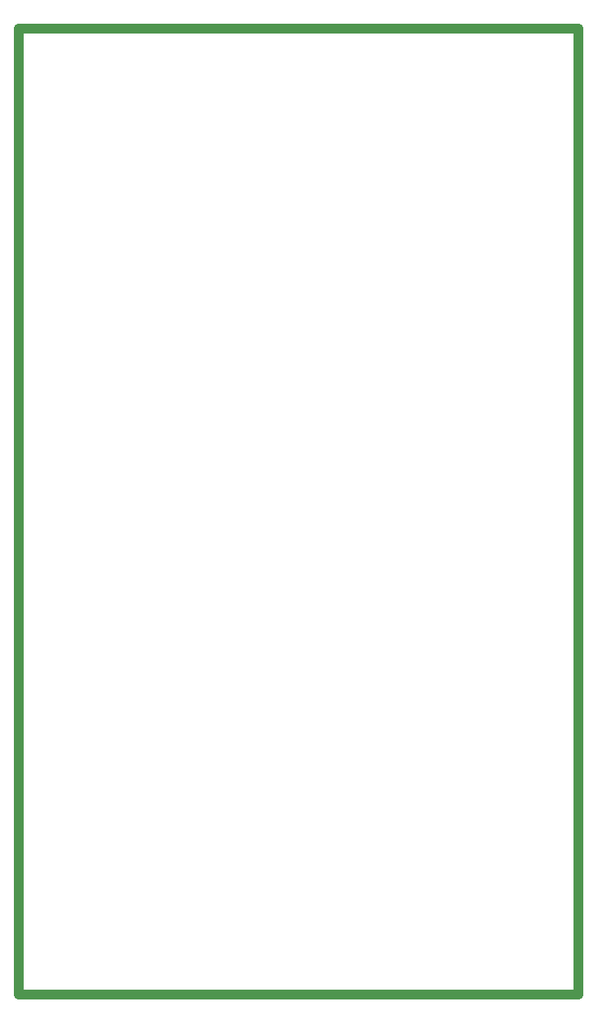
<source format=gbr>
%TF.GenerationSoftware,KiCad,Pcbnew,7.0.7*%
%TF.CreationDate,2024-08-23T02:48:45-05:00*%
%TF.ProjectId,telescope_dew_heater,74656c65-7363-46f7-9065-5f6465775f68,rev?*%
%TF.SameCoordinates,Original*%
%TF.FileFunction,Profile,NP*%
%FSLAX46Y46*%
G04 Gerber Fmt 4.6, Leading zero omitted, Abs format (unit mm)*
G04 Created by KiCad (PCBNEW 7.0.7) date 2024-08-23 02:48:45*
%MOMM*%
%LPD*%
G01*
G04 APERTURE LIST*
%TA.AperFunction,Profile*%
%ADD10C,1.000000*%
%TD*%
G04 APERTURE END LIST*
D10*
X54000000Y-36000000D02*
X112000000Y-36000000D01*
X112000000Y-136000000D01*
X54000000Y-136000000D01*
X54000000Y-36000000D01*
M02*

</source>
